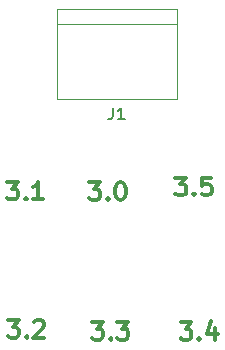
<source format=gbr>
G04 #@! TF.GenerationSoftware,KiCad,Pcbnew,(5.1.4)-1*
G04 #@! TF.CreationDate,2020-01-03T19:08:14-08:00*
G04 #@! TF.ProjectId,Led_tests,4c65645f-7465-4737-9473-2e6b69636164,rev?*
G04 #@! TF.SameCoordinates,Original*
G04 #@! TF.FileFunction,Legend,Top*
G04 #@! TF.FilePolarity,Positive*
%FSLAX46Y46*%
G04 Gerber Fmt 4.6, Leading zero omitted, Abs format (unit mm)*
G04 Created by KiCad (PCBNEW (5.1.4)-1) date 2020-01-03 19:08:14*
%MOMM*%
%LPD*%
G04 APERTURE LIST*
%ADD10C,0.300000*%
%ADD11C,0.120000*%
%ADD12C,0.150000*%
G04 APERTURE END LIST*
D10*
X44732771Y-26026371D02*
X45661342Y-26026371D01*
X45161342Y-26597800D01*
X45375628Y-26597800D01*
X45518485Y-26669228D01*
X45589914Y-26740657D01*
X45661342Y-26883514D01*
X45661342Y-27240657D01*
X45589914Y-27383514D01*
X45518485Y-27454942D01*
X45375628Y-27526371D01*
X44947057Y-27526371D01*
X44804200Y-27454942D01*
X44732771Y-27383514D01*
X46304200Y-27383514D02*
X46375628Y-27454942D01*
X46304200Y-27526371D01*
X46232771Y-27454942D01*
X46304200Y-27383514D01*
X46304200Y-27526371D01*
X47732771Y-26026371D02*
X47018485Y-26026371D01*
X46947057Y-26740657D01*
X47018485Y-26669228D01*
X47161342Y-26597800D01*
X47518485Y-26597800D01*
X47661342Y-26669228D01*
X47732771Y-26740657D01*
X47804200Y-26883514D01*
X47804200Y-27240657D01*
X47732771Y-27383514D01*
X47661342Y-27454942D01*
X47518485Y-27526371D01*
X47161342Y-27526371D01*
X47018485Y-27454942D01*
X46947057Y-27383514D01*
X37442971Y-26432771D02*
X38371542Y-26432771D01*
X37871542Y-27004200D01*
X38085828Y-27004200D01*
X38228685Y-27075628D01*
X38300114Y-27147057D01*
X38371542Y-27289914D01*
X38371542Y-27647057D01*
X38300114Y-27789914D01*
X38228685Y-27861342D01*
X38085828Y-27932771D01*
X37657257Y-27932771D01*
X37514400Y-27861342D01*
X37442971Y-27789914D01*
X39014400Y-27789914D02*
X39085828Y-27861342D01*
X39014400Y-27932771D01*
X38942971Y-27861342D01*
X39014400Y-27789914D01*
X39014400Y-27932771D01*
X40014400Y-26432771D02*
X40157257Y-26432771D01*
X40300114Y-26504200D01*
X40371542Y-26575628D01*
X40442971Y-26718485D01*
X40514400Y-27004200D01*
X40514400Y-27361342D01*
X40442971Y-27647057D01*
X40371542Y-27789914D01*
X40300114Y-27861342D01*
X40157257Y-27932771D01*
X40014400Y-27932771D01*
X39871542Y-27861342D01*
X39800114Y-27789914D01*
X39728685Y-27647057D01*
X39657257Y-27361342D01*
X39657257Y-27004200D01*
X39728685Y-26718485D01*
X39800114Y-26575628D01*
X39871542Y-26504200D01*
X40014400Y-26432771D01*
X30483371Y-26381971D02*
X31411942Y-26381971D01*
X30911942Y-26953400D01*
X31126228Y-26953400D01*
X31269085Y-27024828D01*
X31340514Y-27096257D01*
X31411942Y-27239114D01*
X31411942Y-27596257D01*
X31340514Y-27739114D01*
X31269085Y-27810542D01*
X31126228Y-27881971D01*
X30697657Y-27881971D01*
X30554800Y-27810542D01*
X30483371Y-27739114D01*
X32054800Y-27739114D02*
X32126228Y-27810542D01*
X32054800Y-27881971D01*
X31983371Y-27810542D01*
X32054800Y-27739114D01*
X32054800Y-27881971D01*
X33554800Y-27881971D02*
X32697657Y-27881971D01*
X33126228Y-27881971D02*
X33126228Y-26381971D01*
X32983371Y-26596257D01*
X32840514Y-26739114D01*
X32697657Y-26810542D01*
X45164571Y-38269171D02*
X46093142Y-38269171D01*
X45593142Y-38840600D01*
X45807428Y-38840600D01*
X45950285Y-38912028D01*
X46021714Y-38983457D01*
X46093142Y-39126314D01*
X46093142Y-39483457D01*
X46021714Y-39626314D01*
X45950285Y-39697742D01*
X45807428Y-39769171D01*
X45378857Y-39769171D01*
X45236000Y-39697742D01*
X45164571Y-39626314D01*
X46736000Y-39626314D02*
X46807428Y-39697742D01*
X46736000Y-39769171D01*
X46664571Y-39697742D01*
X46736000Y-39626314D01*
X46736000Y-39769171D01*
X48093142Y-38769171D02*
X48093142Y-39769171D01*
X47736000Y-38197742D02*
X47378857Y-39269171D01*
X48307428Y-39269171D01*
X37671571Y-38243771D02*
X38600142Y-38243771D01*
X38100142Y-38815200D01*
X38314428Y-38815200D01*
X38457285Y-38886628D01*
X38528714Y-38958057D01*
X38600142Y-39100914D01*
X38600142Y-39458057D01*
X38528714Y-39600914D01*
X38457285Y-39672342D01*
X38314428Y-39743771D01*
X37885857Y-39743771D01*
X37743000Y-39672342D01*
X37671571Y-39600914D01*
X39243000Y-39600914D02*
X39314428Y-39672342D01*
X39243000Y-39743771D01*
X39171571Y-39672342D01*
X39243000Y-39600914D01*
X39243000Y-39743771D01*
X39814428Y-38243771D02*
X40743000Y-38243771D01*
X40243000Y-38815200D01*
X40457285Y-38815200D01*
X40600142Y-38886628D01*
X40671571Y-38958057D01*
X40743000Y-39100914D01*
X40743000Y-39458057D01*
X40671571Y-39600914D01*
X40600142Y-39672342D01*
X40457285Y-39743771D01*
X40028714Y-39743771D01*
X39885857Y-39672342D01*
X39814428Y-39600914D01*
X30559571Y-38091371D02*
X31488142Y-38091371D01*
X30988142Y-38662800D01*
X31202428Y-38662800D01*
X31345285Y-38734228D01*
X31416714Y-38805657D01*
X31488142Y-38948514D01*
X31488142Y-39305657D01*
X31416714Y-39448514D01*
X31345285Y-39519942D01*
X31202428Y-39591371D01*
X30773857Y-39591371D01*
X30631000Y-39519942D01*
X30559571Y-39448514D01*
X32131000Y-39448514D02*
X32202428Y-39519942D01*
X32131000Y-39591371D01*
X32059571Y-39519942D01*
X32131000Y-39448514D01*
X32131000Y-39591371D01*
X32773857Y-38234228D02*
X32845285Y-38162800D01*
X32988142Y-38091371D01*
X33345285Y-38091371D01*
X33488142Y-38162800D01*
X33559571Y-38234228D01*
X33631000Y-38377085D01*
X33631000Y-38519942D01*
X33559571Y-38734228D01*
X32702428Y-39591371D01*
X33631000Y-39591371D01*
D11*
X34696400Y-13030200D02*
X44856400Y-13030200D01*
X34696400Y-11760200D02*
X34696400Y-19380200D01*
X34696400Y-19380200D02*
X44856400Y-19380200D01*
X44856400Y-19380200D02*
X44856400Y-11760200D01*
X44856400Y-11760200D02*
X34696400Y-11760200D01*
D12*
X39443066Y-20102580D02*
X39443066Y-20816866D01*
X39395447Y-20959723D01*
X39300209Y-21054961D01*
X39157352Y-21102580D01*
X39062114Y-21102580D01*
X40443066Y-21102580D02*
X39871638Y-21102580D01*
X40157352Y-21102580D02*
X40157352Y-20102580D01*
X40062114Y-20245438D01*
X39966876Y-20340676D01*
X39871638Y-20388295D01*
M02*

</source>
